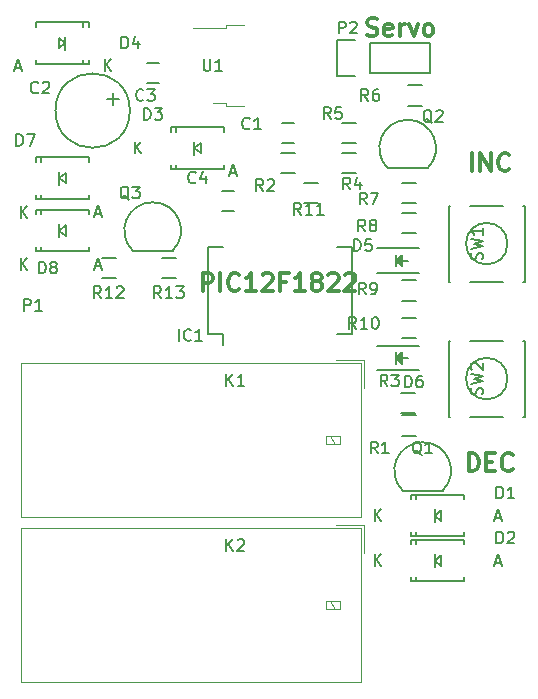
<source format=gto>
G04 #@! TF.GenerationSoftware,KiCad,Pcbnew,(2017-08-02 revision 9760937)-master*
G04 #@! TF.CreationDate,2017-09-16T10:46:18-07:00*
G04 #@! TF.ProjectId,RCSMCtrl,5243534D4374726C2E6B696361645F70,NC*
G04 #@! TF.SameCoordinates,Original*
G04 #@! TF.FileFunction,Legend,Top*
G04 #@! TF.FilePolarity,Positive*
%FSLAX46Y46*%
G04 Gerber Fmt 4.6, Leading zero omitted, Abs format (unit mm)*
G04 Created by KiCad (PCBNEW (2017-08-02 revision 9760937)-master) date Saturday, September 16, 2017 'AMt' 10:46:18 AM*
%MOMM*%
%LPD*%
G01*
G04 APERTURE LIST*
%ADD10C,0.300000*%
%ADD11C,0.120000*%
%ADD12C,0.150000*%
G04 APERTURE END LIST*
D10*
X135009285Y-50772142D02*
X135223571Y-50843571D01*
X135580714Y-50843571D01*
X135723571Y-50772142D01*
X135795000Y-50700714D01*
X135866428Y-50557857D01*
X135866428Y-50415000D01*
X135795000Y-50272142D01*
X135723571Y-50200714D01*
X135580714Y-50129285D01*
X135295000Y-50057857D01*
X135152142Y-49986428D01*
X135080714Y-49915000D01*
X135009285Y-49772142D01*
X135009285Y-49629285D01*
X135080714Y-49486428D01*
X135152142Y-49415000D01*
X135295000Y-49343571D01*
X135652142Y-49343571D01*
X135866428Y-49415000D01*
X137080714Y-50772142D02*
X136937857Y-50843571D01*
X136652142Y-50843571D01*
X136509285Y-50772142D01*
X136437857Y-50629285D01*
X136437857Y-50057857D01*
X136509285Y-49915000D01*
X136652142Y-49843571D01*
X136937857Y-49843571D01*
X137080714Y-49915000D01*
X137152142Y-50057857D01*
X137152142Y-50200714D01*
X136437857Y-50343571D01*
X137795000Y-50843571D02*
X137795000Y-49843571D01*
X137795000Y-50129285D02*
X137866428Y-49986428D01*
X137937857Y-49915000D01*
X138080714Y-49843571D01*
X138223571Y-49843571D01*
X138580714Y-49843571D02*
X138937857Y-50843571D01*
X139295000Y-49843571D01*
X140080714Y-50843571D02*
X139937857Y-50772142D01*
X139866428Y-50700714D01*
X139795000Y-50557857D01*
X139795000Y-50129285D01*
X139866428Y-49986428D01*
X139937857Y-49915000D01*
X140080714Y-49843571D01*
X140295000Y-49843571D01*
X140437857Y-49915000D01*
X140509285Y-49986428D01*
X140580714Y-50129285D01*
X140580714Y-50557857D01*
X140509285Y-50700714D01*
X140437857Y-50772142D01*
X140295000Y-50843571D01*
X140080714Y-50843571D01*
X121079428Y-72433571D02*
X121079428Y-70933571D01*
X121650857Y-70933571D01*
X121793714Y-71005000D01*
X121865142Y-71076428D01*
X121936571Y-71219285D01*
X121936571Y-71433571D01*
X121865142Y-71576428D01*
X121793714Y-71647857D01*
X121650857Y-71719285D01*
X121079428Y-71719285D01*
X122579428Y-72433571D02*
X122579428Y-70933571D01*
X124150857Y-72290714D02*
X124079428Y-72362142D01*
X123865142Y-72433571D01*
X123722285Y-72433571D01*
X123508000Y-72362142D01*
X123365142Y-72219285D01*
X123293714Y-72076428D01*
X123222285Y-71790714D01*
X123222285Y-71576428D01*
X123293714Y-71290714D01*
X123365142Y-71147857D01*
X123508000Y-71005000D01*
X123722285Y-70933571D01*
X123865142Y-70933571D01*
X124079428Y-71005000D01*
X124150857Y-71076428D01*
X125579428Y-72433571D02*
X124722285Y-72433571D01*
X125150857Y-72433571D02*
X125150857Y-70933571D01*
X125008000Y-71147857D01*
X124865142Y-71290714D01*
X124722285Y-71362142D01*
X126150857Y-71076428D02*
X126222285Y-71005000D01*
X126365142Y-70933571D01*
X126722285Y-70933571D01*
X126865142Y-71005000D01*
X126936571Y-71076428D01*
X127008000Y-71219285D01*
X127008000Y-71362142D01*
X126936571Y-71576428D01*
X126079428Y-72433571D01*
X127008000Y-72433571D01*
X128150857Y-71647857D02*
X127650857Y-71647857D01*
X127650857Y-72433571D02*
X127650857Y-70933571D01*
X128365142Y-70933571D01*
X129722285Y-72433571D02*
X128865142Y-72433571D01*
X129293714Y-72433571D02*
X129293714Y-70933571D01*
X129150857Y-71147857D01*
X129008000Y-71290714D01*
X128865142Y-71362142D01*
X130579428Y-71576428D02*
X130436571Y-71505000D01*
X130365142Y-71433571D01*
X130293714Y-71290714D01*
X130293714Y-71219285D01*
X130365142Y-71076428D01*
X130436571Y-71005000D01*
X130579428Y-70933571D01*
X130865142Y-70933571D01*
X131008000Y-71005000D01*
X131079428Y-71076428D01*
X131150857Y-71219285D01*
X131150857Y-71290714D01*
X131079428Y-71433571D01*
X131008000Y-71505000D01*
X130865142Y-71576428D01*
X130579428Y-71576428D01*
X130436571Y-71647857D01*
X130365142Y-71719285D01*
X130293714Y-71862142D01*
X130293714Y-72147857D01*
X130365142Y-72290714D01*
X130436571Y-72362142D01*
X130579428Y-72433571D01*
X130865142Y-72433571D01*
X131008000Y-72362142D01*
X131079428Y-72290714D01*
X131150857Y-72147857D01*
X131150857Y-71862142D01*
X131079428Y-71719285D01*
X131008000Y-71647857D01*
X130865142Y-71576428D01*
X131722285Y-71076428D02*
X131793714Y-71005000D01*
X131936571Y-70933571D01*
X132293714Y-70933571D01*
X132436571Y-71005000D01*
X132508000Y-71076428D01*
X132579428Y-71219285D01*
X132579428Y-71362142D01*
X132508000Y-71576428D01*
X131650857Y-72433571D01*
X132579428Y-72433571D01*
X133150857Y-71076428D02*
X133222285Y-71005000D01*
X133365142Y-70933571D01*
X133722285Y-70933571D01*
X133865142Y-71005000D01*
X133936571Y-71076428D01*
X134008000Y-71219285D01*
X134008000Y-71362142D01*
X133936571Y-71576428D01*
X133079428Y-72433571D01*
X134008000Y-72433571D01*
X143593571Y-87673571D02*
X143593571Y-86173571D01*
X143950714Y-86173571D01*
X144165000Y-86245000D01*
X144307857Y-86387857D01*
X144379285Y-86530714D01*
X144450714Y-86816428D01*
X144450714Y-87030714D01*
X144379285Y-87316428D01*
X144307857Y-87459285D01*
X144165000Y-87602142D01*
X143950714Y-87673571D01*
X143593571Y-87673571D01*
X145093571Y-86887857D02*
X145593571Y-86887857D01*
X145807857Y-87673571D02*
X145093571Y-87673571D01*
X145093571Y-86173571D01*
X145807857Y-86173571D01*
X147307857Y-87530714D02*
X147236428Y-87602142D01*
X147022142Y-87673571D01*
X146879285Y-87673571D01*
X146665000Y-87602142D01*
X146522142Y-87459285D01*
X146450714Y-87316428D01*
X146379285Y-87030714D01*
X146379285Y-86816428D01*
X146450714Y-86530714D01*
X146522142Y-86387857D01*
X146665000Y-86245000D01*
X146879285Y-86173571D01*
X147022142Y-86173571D01*
X147236428Y-86245000D01*
X147307857Y-86316428D01*
X143879285Y-62273571D02*
X143879285Y-60773571D01*
X144593571Y-62273571D02*
X144593571Y-60773571D01*
X145450714Y-62273571D01*
X145450714Y-60773571D01*
X147022142Y-62130714D02*
X146950714Y-62202142D01*
X146736428Y-62273571D01*
X146593571Y-62273571D01*
X146379285Y-62202142D01*
X146236428Y-62059285D01*
X146165000Y-61916428D01*
X146093571Y-61630714D01*
X146093571Y-61416428D01*
X146165000Y-61130714D01*
X146236428Y-60987857D01*
X146379285Y-60845000D01*
X146593571Y-60773571D01*
X146736428Y-60773571D01*
X146950714Y-60845000D01*
X147022142Y-60916428D01*
D11*
X105680000Y-91530000D02*
X134480000Y-91530000D01*
X134480000Y-91530000D02*
X134480000Y-78530000D01*
X134480000Y-78530000D02*
X105680000Y-78530000D01*
X105680000Y-78530000D02*
X105680000Y-91530000D01*
X131880000Y-84680000D02*
X132280000Y-85380000D01*
X131480000Y-85380000D02*
X132680000Y-85380000D01*
X132680000Y-85380000D02*
X132680000Y-84680000D01*
X132680000Y-84680000D02*
X131480000Y-84680000D01*
X131480000Y-84680000D02*
X131480000Y-85380000D01*
X132380000Y-78290000D02*
X134720000Y-78290000D01*
X134720000Y-78290000D02*
X134720000Y-80630000D01*
D12*
X127770000Y-59905000D02*
X128770000Y-59905000D01*
X128770000Y-58205000D02*
X127770000Y-58205000D01*
X113459260Y-56149240D02*
X113459260Y-56649620D01*
X113459260Y-56149240D02*
X113959640Y-56149240D01*
X113459260Y-55648860D02*
X113459260Y-56149240D01*
X113459260Y-56149240D02*
X113060480Y-56149240D01*
X113060480Y-56149240D02*
X112958880Y-56149240D01*
X114909600Y-57150000D02*
G75*
G03X114909600Y-57150000I-3149600J0D01*
G01*
X116340000Y-54825000D02*
X117340000Y-54825000D01*
X117340000Y-53125000D02*
X116340000Y-53125000D01*
X123690000Y-63920000D02*
X122690000Y-63920000D01*
X122690000Y-65620000D02*
X123690000Y-65620000D01*
X140720000Y-91440000D02*
X141270000Y-90990000D01*
X141270000Y-90990000D02*
X141270000Y-91890000D01*
X141270000Y-91890000D02*
X140720000Y-91440000D01*
X140720000Y-90890000D02*
X140720000Y-91990000D01*
X139170860Y-93190060D02*
X139170860Y-92839540D01*
X139170860Y-89689940D02*
X139170860Y-90040460D01*
X143220440Y-93190060D02*
X143220440Y-92839540D01*
X138719560Y-93190060D02*
X138719560Y-92839540D01*
X138719560Y-89689940D02*
X138719560Y-90040460D01*
X143220440Y-89689940D02*
X143220440Y-90040460D01*
X138719560Y-93190060D02*
X143220440Y-93190060D01*
X138719560Y-89689940D02*
X143220440Y-89689940D01*
X140720000Y-95250000D02*
X141270000Y-94800000D01*
X141270000Y-94800000D02*
X141270000Y-95700000D01*
X141270000Y-95700000D02*
X140720000Y-95250000D01*
X140720000Y-94700000D02*
X140720000Y-95800000D01*
X139170860Y-97000060D02*
X139170860Y-96649540D01*
X139170860Y-93499940D02*
X139170860Y-93850460D01*
X143220440Y-97000060D02*
X143220440Y-96649540D01*
X138719560Y-97000060D02*
X138719560Y-96649540D01*
X138719560Y-93499940D02*
X138719560Y-93850460D01*
X143220440Y-93499940D02*
X143220440Y-93850460D01*
X138719560Y-97000060D02*
X143220440Y-97000060D01*
X138719560Y-93499940D02*
X143220440Y-93499940D01*
X120359360Y-60325000D02*
X120909360Y-59875000D01*
X120909360Y-59875000D02*
X120909360Y-60775000D01*
X120909360Y-60775000D02*
X120359360Y-60325000D01*
X120359360Y-59775000D02*
X120359360Y-60875000D01*
X118810220Y-62075060D02*
X118810220Y-61724540D01*
X118810220Y-58574940D02*
X118810220Y-58925460D01*
X122859800Y-62075060D02*
X122859800Y-61724540D01*
X118358920Y-62075060D02*
X118358920Y-61724540D01*
X118358920Y-58574940D02*
X118358920Y-58925460D01*
X122859800Y-58574940D02*
X122859800Y-58925460D01*
X118358920Y-62075060D02*
X122859800Y-62075060D01*
X118358920Y-58574940D02*
X122859800Y-58574940D01*
X109429360Y-51435000D02*
X108879360Y-51885000D01*
X108879360Y-51885000D02*
X108879360Y-50985000D01*
X108879360Y-50985000D02*
X109429360Y-51435000D01*
X109429360Y-51985000D02*
X109429360Y-50885000D01*
X110978500Y-49684940D02*
X110978500Y-50035460D01*
X110978500Y-53185060D02*
X110978500Y-52834540D01*
X106928920Y-49684940D02*
X106928920Y-50035460D01*
X111429800Y-49684940D02*
X111429800Y-50035460D01*
X111429800Y-53185060D02*
X111429800Y-52834540D01*
X106928920Y-53185060D02*
X106928920Y-52834540D01*
X111429800Y-49684940D02*
X106928920Y-49684940D01*
X111429800Y-53185060D02*
X106928920Y-53185060D01*
X135794860Y-70900000D02*
X139394860Y-70900000D01*
X135794860Y-68800000D02*
X139394860Y-68800000D01*
X137844860Y-69550000D02*
X137844860Y-70150000D01*
X137844860Y-70150000D02*
X137544860Y-69850000D01*
X137544860Y-69850000D02*
X137744860Y-69650000D01*
X137744860Y-69650000D02*
X137744860Y-69900000D01*
X137744860Y-69900000D02*
X137694860Y-69850000D01*
X137444860Y-69350000D02*
X137444860Y-70350000D01*
X137944860Y-69850000D02*
X138444860Y-69850000D01*
X137444860Y-69850000D02*
X137944860Y-69350000D01*
X137944860Y-69350000D02*
X137944860Y-70350000D01*
X137944860Y-70350000D02*
X137444860Y-69850000D01*
X135794860Y-79155000D02*
X139394860Y-79155000D01*
X135794860Y-77055000D02*
X139394860Y-77055000D01*
X137844860Y-77805000D02*
X137844860Y-78405000D01*
X137844860Y-78405000D02*
X137544860Y-78105000D01*
X137544860Y-78105000D02*
X137744860Y-77905000D01*
X137744860Y-77905000D02*
X137744860Y-78155000D01*
X137744860Y-78155000D02*
X137694860Y-78105000D01*
X137444860Y-77605000D02*
X137444860Y-78605000D01*
X137944860Y-78105000D02*
X138444860Y-78105000D01*
X137444860Y-78105000D02*
X137944860Y-77605000D01*
X137944860Y-77605000D02*
X137944860Y-78605000D01*
X137944860Y-78605000D02*
X137444860Y-78105000D01*
X108929360Y-62865000D02*
X109479360Y-62415000D01*
X109479360Y-62415000D02*
X109479360Y-63315000D01*
X109479360Y-63315000D02*
X108929360Y-62865000D01*
X108929360Y-62315000D02*
X108929360Y-63415000D01*
X107380220Y-64615060D02*
X107380220Y-64264540D01*
X107380220Y-61114940D02*
X107380220Y-61465460D01*
X111429800Y-64615060D02*
X111429800Y-64264540D01*
X106928920Y-64615060D02*
X106928920Y-64264540D01*
X106928920Y-61114940D02*
X106928920Y-61465460D01*
X111429800Y-61114940D02*
X111429800Y-61465460D01*
X106928920Y-64615060D02*
X111429800Y-64615060D01*
X106928920Y-61114940D02*
X111429800Y-61114940D01*
X108929360Y-67310000D02*
X109479360Y-66860000D01*
X109479360Y-66860000D02*
X109479360Y-67760000D01*
X109479360Y-67760000D02*
X108929360Y-67310000D01*
X108929360Y-66760000D02*
X108929360Y-67860000D01*
X107380220Y-69060060D02*
X107380220Y-68709540D01*
X107380220Y-65559940D02*
X107380220Y-65910460D01*
X111429800Y-69060060D02*
X111429800Y-68709540D01*
X106928920Y-69060060D02*
X106928920Y-68709540D01*
X106928920Y-65559940D02*
X106928920Y-65910460D01*
X111429800Y-65559940D02*
X111429800Y-65910460D01*
X106928920Y-69060060D02*
X111429800Y-69060060D01*
X106928920Y-65559940D02*
X111429800Y-65559940D01*
X121530000Y-76065000D02*
X122800000Y-76065000D01*
X121530000Y-68715000D02*
X122800000Y-68715000D01*
X133740000Y-68715000D02*
X132470000Y-68715000D01*
X133740000Y-76065000D02*
X132470000Y-76065000D01*
X121530000Y-76065000D02*
X121530000Y-68715000D01*
X133740000Y-76065000D02*
X133740000Y-68715000D01*
X122800000Y-76065000D02*
X122800000Y-77000000D01*
X135255000Y-53975000D02*
X140335000Y-53975000D01*
X140335000Y-53975000D02*
X140335000Y-51435000D01*
X140335000Y-51435000D02*
X135255000Y-51435000D01*
X132435000Y-51155000D02*
X133985000Y-51155000D01*
X135255000Y-51435000D02*
X135255000Y-53975000D01*
X133985000Y-54255000D02*
X132435000Y-54255000D01*
X132435000Y-54255000D02*
X132435000Y-51155000D01*
X138000000Y-89330000D02*
X141400000Y-89330000D01*
X138002944Y-89327056D02*
G75*
G02X139700000Y-85230000I1697056J1697056D01*
G01*
X141397056Y-89327056D02*
G75*
G03X139700000Y-85230000I-1697056J1697056D01*
G01*
X136730000Y-62025000D02*
X140130000Y-62025000D01*
X136732944Y-62022056D02*
G75*
G02X138430000Y-57925000I1697056J1697056D01*
G01*
X140127056Y-62022056D02*
G75*
G03X138430000Y-57925000I-1697056J1697056D01*
G01*
X115140000Y-69010000D02*
X118540000Y-69010000D01*
X115142944Y-69007056D02*
G75*
G02X116840000Y-64910000I1697056J1697056D01*
G01*
X118537056Y-69007056D02*
G75*
G03X116840000Y-64910000I-1697056J1697056D01*
G01*
X137910000Y-82945000D02*
X139110000Y-82945000D01*
X139110000Y-84695000D02*
X137910000Y-84695000D01*
X127670000Y-60720000D02*
X128870000Y-60720000D01*
X128870000Y-62470000D02*
X127670000Y-62470000D01*
X139030000Y-82790000D02*
X137830000Y-82790000D01*
X137830000Y-81040000D02*
X139030000Y-81040000D01*
X132830000Y-60720000D02*
X134030000Y-60720000D01*
X134030000Y-62470000D02*
X132830000Y-62470000D01*
X134030000Y-59930000D02*
X132830000Y-59930000D01*
X132830000Y-58180000D02*
X134030000Y-58180000D01*
X138465000Y-55005000D02*
X139665000Y-55005000D01*
X139665000Y-56755000D02*
X138465000Y-56755000D01*
X139110000Y-65010000D02*
X137910000Y-65010000D01*
X137910000Y-63260000D02*
X139110000Y-63260000D01*
X139110000Y-67550000D02*
X137910000Y-67550000D01*
X137910000Y-65800000D02*
X139110000Y-65800000D01*
X139110000Y-73265000D02*
X137910000Y-73265000D01*
X137910000Y-71515000D02*
X139110000Y-71515000D01*
X139110000Y-76440000D02*
X137910000Y-76440000D01*
X137910000Y-74690000D02*
X139110000Y-74690000D01*
X129655000Y-63260000D02*
X130855000Y-63260000D01*
X130855000Y-65010000D02*
X129655000Y-65010000D01*
X112510000Y-69610000D02*
X113710000Y-69610000D01*
X113710000Y-71360000D02*
X112510000Y-71360000D01*
X117590000Y-69610000D02*
X118790000Y-69610000D01*
X118790000Y-71360000D02*
X117590000Y-71360000D01*
X146875714Y-68415000D02*
G75*
G03X146875714Y-68415000I-1750714J0D01*
G01*
X141900000Y-65190000D02*
X142025000Y-65190000D01*
X148350000Y-65190000D02*
X148225000Y-65190000D01*
X148350000Y-71640000D02*
X148225000Y-71640000D01*
X142025000Y-71640000D02*
X141900000Y-71640000D01*
X143725000Y-65190000D02*
X146525000Y-65190000D01*
X141900000Y-71640000D02*
X141900000Y-65190000D01*
X143725000Y-71640000D02*
X146525000Y-71640000D01*
X148350000Y-71640000D02*
X148350000Y-65190000D01*
X146875714Y-79845000D02*
G75*
G03X146875714Y-79845000I-1750714J0D01*
G01*
X141900000Y-76620000D02*
X142025000Y-76620000D01*
X148350000Y-76620000D02*
X148225000Y-76620000D01*
X148350000Y-83070000D02*
X148225000Y-83070000D01*
X142025000Y-83070000D02*
X141900000Y-83070000D01*
X143725000Y-76620000D02*
X146525000Y-76620000D01*
X141900000Y-83070000D02*
X141900000Y-76620000D01*
X143725000Y-83070000D02*
X146525000Y-83070000D01*
X148350000Y-83070000D02*
X148350000Y-76620000D01*
D11*
X134720000Y-92260000D02*
X134720000Y-94600000D01*
X132380000Y-92260000D02*
X134720000Y-92260000D01*
X131480000Y-98650000D02*
X131480000Y-99350000D01*
X132680000Y-98650000D02*
X131480000Y-98650000D01*
X132680000Y-99350000D02*
X132680000Y-98650000D01*
X131480000Y-99350000D02*
X132680000Y-99350000D01*
X131880000Y-98650000D02*
X132280000Y-99350000D01*
X105680000Y-92500000D02*
X105680000Y-105500000D01*
X134480000Y-92500000D02*
X105680000Y-92500000D01*
X134480000Y-105500000D02*
X134480000Y-92500000D01*
X105680000Y-105500000D02*
X134480000Y-105500000D01*
X123065000Y-56520000D02*
X121965000Y-56520000D01*
X123065000Y-56790000D02*
X123065000Y-56520000D01*
X124565000Y-56790000D02*
X123065000Y-56790000D01*
X123065000Y-50160000D02*
X120235000Y-50160000D01*
X123065000Y-49890000D02*
X123065000Y-50160000D01*
X124565000Y-49890000D02*
X123065000Y-49890000D01*
D12*
X123086904Y-80462380D02*
X123086904Y-79462380D01*
X123658333Y-80462380D02*
X123229761Y-79890952D01*
X123658333Y-79462380D02*
X123086904Y-80033809D01*
X124610714Y-80462380D02*
X124039285Y-80462380D01*
X124325000Y-80462380D02*
X124325000Y-79462380D01*
X124229761Y-79605238D01*
X124134523Y-79700476D01*
X124039285Y-79748095D01*
X105941904Y-74112380D02*
X105941904Y-73112380D01*
X106322857Y-73112380D01*
X106418095Y-73160000D01*
X106465714Y-73207619D01*
X106513333Y-73302857D01*
X106513333Y-73445714D01*
X106465714Y-73540952D01*
X106418095Y-73588571D01*
X106322857Y-73636190D01*
X105941904Y-73636190D01*
X107465714Y-74112380D02*
X106894285Y-74112380D01*
X107180000Y-74112380D02*
X107180000Y-73112380D01*
X107084761Y-73255238D01*
X106989523Y-73350476D01*
X106894285Y-73398095D01*
X125055333Y-58650142D02*
X125007714Y-58697761D01*
X124864857Y-58745380D01*
X124769619Y-58745380D01*
X124626761Y-58697761D01*
X124531523Y-58602523D01*
X124483904Y-58507285D01*
X124436285Y-58316809D01*
X124436285Y-58173952D01*
X124483904Y-57983476D01*
X124531523Y-57888238D01*
X124626761Y-57793000D01*
X124769619Y-57745380D01*
X124864857Y-57745380D01*
X125007714Y-57793000D01*
X125055333Y-57840619D01*
X126007714Y-58745380D02*
X125436285Y-58745380D01*
X125722000Y-58745380D02*
X125722000Y-57745380D01*
X125626761Y-57888238D01*
X125531523Y-57983476D01*
X125436285Y-58031095D01*
X107148333Y-55602142D02*
X107100714Y-55649761D01*
X106957857Y-55697380D01*
X106862619Y-55697380D01*
X106719761Y-55649761D01*
X106624523Y-55554523D01*
X106576904Y-55459285D01*
X106529285Y-55268809D01*
X106529285Y-55125952D01*
X106576904Y-54935476D01*
X106624523Y-54840238D01*
X106719761Y-54745000D01*
X106862619Y-54697380D01*
X106957857Y-54697380D01*
X107100714Y-54745000D01*
X107148333Y-54792619D01*
X107529285Y-54792619D02*
X107576904Y-54745000D01*
X107672142Y-54697380D01*
X107910238Y-54697380D01*
X108005476Y-54745000D01*
X108053095Y-54792619D01*
X108100714Y-54887857D01*
X108100714Y-54983095D01*
X108053095Y-55125952D01*
X107481666Y-55697380D01*
X108100714Y-55697380D01*
X116058333Y-56237142D02*
X116010714Y-56284761D01*
X115867857Y-56332380D01*
X115772619Y-56332380D01*
X115629761Y-56284761D01*
X115534523Y-56189523D01*
X115486904Y-56094285D01*
X115439285Y-55903809D01*
X115439285Y-55760952D01*
X115486904Y-55570476D01*
X115534523Y-55475238D01*
X115629761Y-55380000D01*
X115772619Y-55332380D01*
X115867857Y-55332380D01*
X116010714Y-55380000D01*
X116058333Y-55427619D01*
X116391666Y-55332380D02*
X117010714Y-55332380D01*
X116677380Y-55713333D01*
X116820238Y-55713333D01*
X116915476Y-55760952D01*
X116963095Y-55808571D01*
X117010714Y-55903809D01*
X117010714Y-56141904D01*
X116963095Y-56237142D01*
X116915476Y-56284761D01*
X116820238Y-56332380D01*
X116534523Y-56332380D01*
X116439285Y-56284761D01*
X116391666Y-56237142D01*
X120483333Y-63222142D02*
X120435714Y-63269761D01*
X120292857Y-63317380D01*
X120197619Y-63317380D01*
X120054761Y-63269761D01*
X119959523Y-63174523D01*
X119911904Y-63079285D01*
X119864285Y-62888809D01*
X119864285Y-62745952D01*
X119911904Y-62555476D01*
X119959523Y-62460238D01*
X120054761Y-62365000D01*
X120197619Y-62317380D01*
X120292857Y-62317380D01*
X120435714Y-62365000D01*
X120483333Y-62412619D01*
X121340476Y-62650714D02*
X121340476Y-63317380D01*
X121102380Y-62269761D02*
X120864285Y-62984047D01*
X121483333Y-62984047D01*
X145946904Y-89987380D02*
X145946904Y-88987380D01*
X146185000Y-88987380D01*
X146327857Y-89035000D01*
X146423095Y-89130238D01*
X146470714Y-89225476D01*
X146518333Y-89415952D01*
X146518333Y-89558809D01*
X146470714Y-89749285D01*
X146423095Y-89844523D01*
X146327857Y-89939761D01*
X146185000Y-89987380D01*
X145946904Y-89987380D01*
X147470714Y-89987380D02*
X146899285Y-89987380D01*
X147185000Y-89987380D02*
X147185000Y-88987380D01*
X147089761Y-89130238D01*
X146994523Y-89225476D01*
X146899285Y-89273095D01*
X135628095Y-91892380D02*
X135628095Y-90892380D01*
X136199523Y-91892380D02*
X135770952Y-91320952D01*
X136199523Y-90892380D02*
X135628095Y-91463809D01*
X145811904Y-91606666D02*
X146288095Y-91606666D01*
X145716666Y-91892380D02*
X146050000Y-90892380D01*
X146383333Y-91892380D01*
X145946904Y-93797380D02*
X145946904Y-92797380D01*
X146185000Y-92797380D01*
X146327857Y-92845000D01*
X146423095Y-92940238D01*
X146470714Y-93035476D01*
X146518333Y-93225952D01*
X146518333Y-93368809D01*
X146470714Y-93559285D01*
X146423095Y-93654523D01*
X146327857Y-93749761D01*
X146185000Y-93797380D01*
X145946904Y-93797380D01*
X146899285Y-92892619D02*
X146946904Y-92845000D01*
X147042142Y-92797380D01*
X147280238Y-92797380D01*
X147375476Y-92845000D01*
X147423095Y-92892619D01*
X147470714Y-92987857D01*
X147470714Y-93083095D01*
X147423095Y-93225952D01*
X146851666Y-93797380D01*
X147470714Y-93797380D01*
X135628095Y-95702380D02*
X135628095Y-94702380D01*
X136199523Y-95702380D02*
X135770952Y-95130952D01*
X136199523Y-94702380D02*
X135628095Y-95273809D01*
X145811904Y-95416666D02*
X146288095Y-95416666D01*
X145716666Y-95702380D02*
X146050000Y-94702380D01*
X146383333Y-95702380D01*
X116101904Y-57927380D02*
X116101904Y-56927380D01*
X116340000Y-56927380D01*
X116482857Y-56975000D01*
X116578095Y-57070238D01*
X116625714Y-57165476D01*
X116673333Y-57355952D01*
X116673333Y-57498809D01*
X116625714Y-57689285D01*
X116578095Y-57784523D01*
X116482857Y-57879761D01*
X116340000Y-57927380D01*
X116101904Y-57927380D01*
X117006666Y-56927380D02*
X117625714Y-56927380D01*
X117292380Y-57308333D01*
X117435238Y-57308333D01*
X117530476Y-57355952D01*
X117578095Y-57403571D01*
X117625714Y-57498809D01*
X117625714Y-57736904D01*
X117578095Y-57832142D01*
X117530476Y-57879761D01*
X117435238Y-57927380D01*
X117149523Y-57927380D01*
X117054285Y-57879761D01*
X117006666Y-57832142D01*
X115308095Y-60777380D02*
X115308095Y-59777380D01*
X115879523Y-60777380D02*
X115450952Y-60205952D01*
X115879523Y-59777380D02*
X115308095Y-60348809D01*
X123421264Y-62396666D02*
X123897455Y-62396666D01*
X123326026Y-62682380D02*
X123659360Y-61682380D01*
X123992693Y-62682380D01*
X114196904Y-51887380D02*
X114196904Y-50887380D01*
X114435000Y-50887380D01*
X114577857Y-50935000D01*
X114673095Y-51030238D01*
X114720714Y-51125476D01*
X114768333Y-51315952D01*
X114768333Y-51458809D01*
X114720714Y-51649285D01*
X114673095Y-51744523D01*
X114577857Y-51839761D01*
X114435000Y-51887380D01*
X114196904Y-51887380D01*
X115625476Y-51220714D02*
X115625476Y-51887380D01*
X115387380Y-50839761D02*
X115149285Y-51554047D01*
X115768333Y-51554047D01*
X112768095Y-53792380D02*
X112768095Y-52792380D01*
X113339523Y-53792380D02*
X112910952Y-53220952D01*
X113339523Y-52792380D02*
X112768095Y-53363809D01*
X105171904Y-53506666D02*
X105648095Y-53506666D01*
X105076666Y-53792380D02*
X105410000Y-52792380D01*
X105743333Y-53792380D01*
X133881904Y-69032380D02*
X133881904Y-68032380D01*
X134120000Y-68032380D01*
X134262857Y-68080000D01*
X134358095Y-68175238D01*
X134405714Y-68270476D01*
X134453333Y-68460952D01*
X134453333Y-68603809D01*
X134405714Y-68794285D01*
X134358095Y-68889523D01*
X134262857Y-68984761D01*
X134120000Y-69032380D01*
X133881904Y-69032380D01*
X135358095Y-68032380D02*
X134881904Y-68032380D01*
X134834285Y-68508571D01*
X134881904Y-68460952D01*
X134977142Y-68413333D01*
X135215238Y-68413333D01*
X135310476Y-68460952D01*
X135358095Y-68508571D01*
X135405714Y-68603809D01*
X135405714Y-68841904D01*
X135358095Y-68937142D01*
X135310476Y-68984761D01*
X135215238Y-69032380D01*
X134977142Y-69032380D01*
X134881904Y-68984761D01*
X134834285Y-68937142D01*
X138199904Y-80589380D02*
X138199904Y-79589380D01*
X138438000Y-79589380D01*
X138580857Y-79637000D01*
X138676095Y-79732238D01*
X138723714Y-79827476D01*
X138771333Y-80017952D01*
X138771333Y-80160809D01*
X138723714Y-80351285D01*
X138676095Y-80446523D01*
X138580857Y-80541761D01*
X138438000Y-80589380D01*
X138199904Y-80589380D01*
X139628476Y-79589380D02*
X139438000Y-79589380D01*
X139342761Y-79637000D01*
X139295142Y-79684619D01*
X139199904Y-79827476D01*
X139152285Y-80017952D01*
X139152285Y-80398904D01*
X139199904Y-80494142D01*
X139247523Y-80541761D01*
X139342761Y-80589380D01*
X139533238Y-80589380D01*
X139628476Y-80541761D01*
X139676095Y-80494142D01*
X139723714Y-80398904D01*
X139723714Y-80160809D01*
X139676095Y-80065571D01*
X139628476Y-80017952D01*
X139533238Y-79970333D01*
X139342761Y-79970333D01*
X139247523Y-80017952D01*
X139199904Y-80065571D01*
X139152285Y-80160809D01*
X105306904Y-60142380D02*
X105306904Y-59142380D01*
X105545000Y-59142380D01*
X105687857Y-59190000D01*
X105783095Y-59285238D01*
X105830714Y-59380476D01*
X105878333Y-59570952D01*
X105878333Y-59713809D01*
X105830714Y-59904285D01*
X105783095Y-59999523D01*
X105687857Y-60094761D01*
X105545000Y-60142380D01*
X105306904Y-60142380D01*
X106211666Y-59142380D02*
X106878333Y-59142380D01*
X106449761Y-60142380D01*
X105667455Y-66217380D02*
X105667455Y-65217380D01*
X106238883Y-66217380D02*
X105810312Y-65645952D01*
X106238883Y-65217380D02*
X105667455Y-65788809D01*
X111991264Y-65881666D02*
X112467455Y-65881666D01*
X111896026Y-66167380D02*
X112229360Y-65167380D01*
X112562693Y-66167380D01*
X107211904Y-70937380D02*
X107211904Y-69937380D01*
X107450000Y-69937380D01*
X107592857Y-69985000D01*
X107688095Y-70080238D01*
X107735714Y-70175476D01*
X107783333Y-70365952D01*
X107783333Y-70508809D01*
X107735714Y-70699285D01*
X107688095Y-70794523D01*
X107592857Y-70889761D01*
X107450000Y-70937380D01*
X107211904Y-70937380D01*
X108354761Y-70365952D02*
X108259523Y-70318333D01*
X108211904Y-70270714D01*
X108164285Y-70175476D01*
X108164285Y-70127857D01*
X108211904Y-70032619D01*
X108259523Y-69985000D01*
X108354761Y-69937380D01*
X108545238Y-69937380D01*
X108640476Y-69985000D01*
X108688095Y-70032619D01*
X108735714Y-70127857D01*
X108735714Y-70175476D01*
X108688095Y-70270714D01*
X108640476Y-70318333D01*
X108545238Y-70365952D01*
X108354761Y-70365952D01*
X108259523Y-70413571D01*
X108211904Y-70461190D01*
X108164285Y-70556428D01*
X108164285Y-70746904D01*
X108211904Y-70842142D01*
X108259523Y-70889761D01*
X108354761Y-70937380D01*
X108545238Y-70937380D01*
X108640476Y-70889761D01*
X108688095Y-70842142D01*
X108735714Y-70746904D01*
X108735714Y-70556428D01*
X108688095Y-70461190D01*
X108640476Y-70413571D01*
X108545238Y-70365952D01*
X105667455Y-70662380D02*
X105667455Y-69662380D01*
X106238883Y-70662380D02*
X105810312Y-70090952D01*
X106238883Y-69662380D02*
X105667455Y-70233809D01*
X111991264Y-70326666D02*
X112467455Y-70326666D01*
X111896026Y-70612380D02*
X112229360Y-69612380D01*
X112562693Y-70612380D01*
X119038809Y-76652380D02*
X119038809Y-75652380D01*
X120086428Y-76557142D02*
X120038809Y-76604761D01*
X119895952Y-76652380D01*
X119800714Y-76652380D01*
X119657857Y-76604761D01*
X119562619Y-76509523D01*
X119515000Y-76414285D01*
X119467380Y-76223809D01*
X119467380Y-76080952D01*
X119515000Y-75890476D01*
X119562619Y-75795238D01*
X119657857Y-75700000D01*
X119800714Y-75652380D01*
X119895952Y-75652380D01*
X120038809Y-75700000D01*
X120086428Y-75747619D01*
X121038809Y-76652380D02*
X120467380Y-76652380D01*
X120753095Y-76652380D02*
X120753095Y-75652380D01*
X120657857Y-75795238D01*
X120562619Y-75890476D01*
X120467380Y-75938095D01*
X132611904Y-50617380D02*
X132611904Y-49617380D01*
X132992857Y-49617380D01*
X133088095Y-49665000D01*
X133135714Y-49712619D01*
X133183333Y-49807857D01*
X133183333Y-49950714D01*
X133135714Y-50045952D01*
X133088095Y-50093571D01*
X132992857Y-50141190D01*
X132611904Y-50141190D01*
X133564285Y-49712619D02*
X133611904Y-49665000D01*
X133707142Y-49617380D01*
X133945238Y-49617380D01*
X134040476Y-49665000D01*
X134088095Y-49712619D01*
X134135714Y-49807857D01*
X134135714Y-49903095D01*
X134088095Y-50045952D01*
X133516666Y-50617380D01*
X134135714Y-50617380D01*
X139604761Y-86272619D02*
X139509523Y-86225000D01*
X139414285Y-86129761D01*
X139271428Y-85986904D01*
X139176190Y-85939285D01*
X139080952Y-85939285D01*
X139128571Y-86177380D02*
X139033333Y-86129761D01*
X138938095Y-86034523D01*
X138890476Y-85844047D01*
X138890476Y-85510714D01*
X138938095Y-85320238D01*
X139033333Y-85225000D01*
X139128571Y-85177380D01*
X139319047Y-85177380D01*
X139414285Y-85225000D01*
X139509523Y-85320238D01*
X139557142Y-85510714D01*
X139557142Y-85844047D01*
X139509523Y-86034523D01*
X139414285Y-86129761D01*
X139319047Y-86177380D01*
X139128571Y-86177380D01*
X140509523Y-86177380D02*
X139938095Y-86177380D01*
X140223809Y-86177380D02*
X140223809Y-85177380D01*
X140128571Y-85320238D01*
X140033333Y-85415476D01*
X139938095Y-85463095D01*
X140493761Y-58205619D02*
X140398523Y-58158000D01*
X140303285Y-58062761D01*
X140160428Y-57919904D01*
X140065190Y-57872285D01*
X139969952Y-57872285D01*
X140017571Y-58110380D02*
X139922333Y-58062761D01*
X139827095Y-57967523D01*
X139779476Y-57777047D01*
X139779476Y-57443714D01*
X139827095Y-57253238D01*
X139922333Y-57158000D01*
X140017571Y-57110380D01*
X140208047Y-57110380D01*
X140303285Y-57158000D01*
X140398523Y-57253238D01*
X140446142Y-57443714D01*
X140446142Y-57777047D01*
X140398523Y-57967523D01*
X140303285Y-58062761D01*
X140208047Y-58110380D01*
X140017571Y-58110380D01*
X140827095Y-57205619D02*
X140874714Y-57158000D01*
X140969952Y-57110380D01*
X141208047Y-57110380D01*
X141303285Y-57158000D01*
X141350904Y-57205619D01*
X141398523Y-57300857D01*
X141398523Y-57396095D01*
X141350904Y-57538952D01*
X140779476Y-58110380D01*
X141398523Y-58110380D01*
X114839761Y-64682619D02*
X114744523Y-64635000D01*
X114649285Y-64539761D01*
X114506428Y-64396904D01*
X114411190Y-64349285D01*
X114315952Y-64349285D01*
X114363571Y-64587380D02*
X114268333Y-64539761D01*
X114173095Y-64444523D01*
X114125476Y-64254047D01*
X114125476Y-63920714D01*
X114173095Y-63730238D01*
X114268333Y-63635000D01*
X114363571Y-63587380D01*
X114554047Y-63587380D01*
X114649285Y-63635000D01*
X114744523Y-63730238D01*
X114792142Y-63920714D01*
X114792142Y-64254047D01*
X114744523Y-64444523D01*
X114649285Y-64539761D01*
X114554047Y-64587380D01*
X114363571Y-64587380D01*
X115125476Y-63587380D02*
X115744523Y-63587380D01*
X115411190Y-63968333D01*
X115554047Y-63968333D01*
X115649285Y-64015952D01*
X115696904Y-64063571D01*
X115744523Y-64158809D01*
X115744523Y-64396904D01*
X115696904Y-64492142D01*
X115649285Y-64539761D01*
X115554047Y-64587380D01*
X115268333Y-64587380D01*
X115173095Y-64539761D01*
X115125476Y-64492142D01*
X135883333Y-86177380D02*
X135550000Y-85701190D01*
X135311904Y-86177380D02*
X135311904Y-85177380D01*
X135692857Y-85177380D01*
X135788095Y-85225000D01*
X135835714Y-85272619D01*
X135883333Y-85367857D01*
X135883333Y-85510714D01*
X135835714Y-85605952D01*
X135788095Y-85653571D01*
X135692857Y-85701190D01*
X135311904Y-85701190D01*
X136835714Y-86177380D02*
X136264285Y-86177380D01*
X136550000Y-86177380D02*
X136550000Y-85177380D01*
X136454761Y-85320238D01*
X136359523Y-85415476D01*
X136264285Y-85463095D01*
X126198333Y-63952380D02*
X125865000Y-63476190D01*
X125626904Y-63952380D02*
X125626904Y-62952380D01*
X126007857Y-62952380D01*
X126103095Y-63000000D01*
X126150714Y-63047619D01*
X126198333Y-63142857D01*
X126198333Y-63285714D01*
X126150714Y-63380952D01*
X126103095Y-63428571D01*
X126007857Y-63476190D01*
X125626904Y-63476190D01*
X126579285Y-63047619D02*
X126626904Y-63000000D01*
X126722142Y-62952380D01*
X126960238Y-62952380D01*
X127055476Y-63000000D01*
X127103095Y-63047619D01*
X127150714Y-63142857D01*
X127150714Y-63238095D01*
X127103095Y-63380952D01*
X126531666Y-63952380D01*
X127150714Y-63952380D01*
X136723778Y-80505029D02*
X136390445Y-80028839D01*
X136152349Y-80505029D02*
X136152349Y-79505029D01*
X136533302Y-79505029D01*
X136628540Y-79552649D01*
X136676159Y-79600268D01*
X136723778Y-79695506D01*
X136723778Y-79838363D01*
X136676159Y-79933601D01*
X136628540Y-79981220D01*
X136533302Y-80028839D01*
X136152349Y-80028839D01*
X137057111Y-79505029D02*
X137676159Y-79505029D01*
X137342825Y-79885982D01*
X137485683Y-79885982D01*
X137580921Y-79933601D01*
X137628540Y-79981220D01*
X137676159Y-80076458D01*
X137676159Y-80314553D01*
X137628540Y-80409791D01*
X137580921Y-80457410D01*
X137485683Y-80505029D01*
X137199968Y-80505029D01*
X137104730Y-80457410D01*
X137057111Y-80409791D01*
X133564333Y-63825380D02*
X133231000Y-63349190D01*
X132992904Y-63825380D02*
X132992904Y-62825380D01*
X133373857Y-62825380D01*
X133469095Y-62873000D01*
X133516714Y-62920619D01*
X133564333Y-63015857D01*
X133564333Y-63158714D01*
X133516714Y-63253952D01*
X133469095Y-63301571D01*
X133373857Y-63349190D01*
X132992904Y-63349190D01*
X134421476Y-63158714D02*
X134421476Y-63825380D01*
X134183380Y-62777761D02*
X133945285Y-63492047D01*
X134564333Y-63492047D01*
X131913333Y-57856380D02*
X131580000Y-57380190D01*
X131341904Y-57856380D02*
X131341904Y-56856380D01*
X131722857Y-56856380D01*
X131818095Y-56904000D01*
X131865714Y-56951619D01*
X131913333Y-57046857D01*
X131913333Y-57189714D01*
X131865714Y-57284952D01*
X131818095Y-57332571D01*
X131722857Y-57380190D01*
X131341904Y-57380190D01*
X132818095Y-56856380D02*
X132341904Y-56856380D01*
X132294285Y-57332571D01*
X132341904Y-57284952D01*
X132437142Y-57237333D01*
X132675238Y-57237333D01*
X132770476Y-57284952D01*
X132818095Y-57332571D01*
X132865714Y-57427809D01*
X132865714Y-57665904D01*
X132818095Y-57761142D01*
X132770476Y-57808761D01*
X132675238Y-57856380D01*
X132437142Y-57856380D01*
X132341904Y-57808761D01*
X132294285Y-57761142D01*
X135088333Y-56332380D02*
X134755000Y-55856190D01*
X134516904Y-56332380D02*
X134516904Y-55332380D01*
X134897857Y-55332380D01*
X134993095Y-55380000D01*
X135040714Y-55427619D01*
X135088333Y-55522857D01*
X135088333Y-55665714D01*
X135040714Y-55760952D01*
X134993095Y-55808571D01*
X134897857Y-55856190D01*
X134516904Y-55856190D01*
X135945476Y-55332380D02*
X135755000Y-55332380D01*
X135659761Y-55380000D01*
X135612142Y-55427619D01*
X135516904Y-55570476D01*
X135469285Y-55760952D01*
X135469285Y-56141904D01*
X135516904Y-56237142D01*
X135564523Y-56284761D01*
X135659761Y-56332380D01*
X135850238Y-56332380D01*
X135945476Y-56284761D01*
X135993095Y-56237142D01*
X136040714Y-56141904D01*
X136040714Y-55903809D01*
X135993095Y-55808571D01*
X135945476Y-55760952D01*
X135850238Y-55713333D01*
X135659761Y-55713333D01*
X135564523Y-55760952D01*
X135516904Y-55808571D01*
X135469285Y-55903809D01*
X134961333Y-65095380D02*
X134628000Y-64619190D01*
X134389904Y-65095380D02*
X134389904Y-64095380D01*
X134770857Y-64095380D01*
X134866095Y-64143000D01*
X134913714Y-64190619D01*
X134961333Y-64285857D01*
X134961333Y-64428714D01*
X134913714Y-64523952D01*
X134866095Y-64571571D01*
X134770857Y-64619190D01*
X134389904Y-64619190D01*
X135294666Y-64095380D02*
X135961333Y-64095380D01*
X135532761Y-65095380D01*
X134834333Y-67381380D02*
X134501000Y-66905190D01*
X134262904Y-67381380D02*
X134262904Y-66381380D01*
X134643857Y-66381380D01*
X134739095Y-66429000D01*
X134786714Y-66476619D01*
X134834333Y-66571857D01*
X134834333Y-66714714D01*
X134786714Y-66809952D01*
X134739095Y-66857571D01*
X134643857Y-66905190D01*
X134262904Y-66905190D01*
X135405761Y-66809952D02*
X135310523Y-66762333D01*
X135262904Y-66714714D01*
X135215285Y-66619476D01*
X135215285Y-66571857D01*
X135262904Y-66476619D01*
X135310523Y-66429000D01*
X135405761Y-66381380D01*
X135596238Y-66381380D01*
X135691476Y-66429000D01*
X135739095Y-66476619D01*
X135786714Y-66571857D01*
X135786714Y-66619476D01*
X135739095Y-66714714D01*
X135691476Y-66762333D01*
X135596238Y-66809952D01*
X135405761Y-66809952D01*
X135310523Y-66857571D01*
X135262904Y-66905190D01*
X135215285Y-67000428D01*
X135215285Y-67190904D01*
X135262904Y-67286142D01*
X135310523Y-67333761D01*
X135405761Y-67381380D01*
X135596238Y-67381380D01*
X135691476Y-67333761D01*
X135739095Y-67286142D01*
X135786714Y-67190904D01*
X135786714Y-67000428D01*
X135739095Y-66905190D01*
X135691476Y-66857571D01*
X135596238Y-66809952D01*
X134867333Y-72715380D02*
X134534000Y-72239190D01*
X134295904Y-72715380D02*
X134295904Y-71715380D01*
X134676857Y-71715380D01*
X134772095Y-71763000D01*
X134819714Y-71810619D01*
X134867333Y-71905857D01*
X134867333Y-72048714D01*
X134819714Y-72143952D01*
X134772095Y-72191571D01*
X134676857Y-72239190D01*
X134295904Y-72239190D01*
X135343523Y-72715380D02*
X135534000Y-72715380D01*
X135629238Y-72667761D01*
X135676857Y-72620142D01*
X135772095Y-72477285D01*
X135819714Y-72286809D01*
X135819714Y-71905857D01*
X135772095Y-71810619D01*
X135724476Y-71763000D01*
X135629238Y-71715380D01*
X135438761Y-71715380D01*
X135343523Y-71763000D01*
X135295904Y-71810619D01*
X135248285Y-71905857D01*
X135248285Y-72143952D01*
X135295904Y-72239190D01*
X135343523Y-72286809D01*
X135438761Y-72334428D01*
X135629238Y-72334428D01*
X135724476Y-72286809D01*
X135772095Y-72239190D01*
X135819714Y-72143952D01*
X134057142Y-75636380D02*
X133723809Y-75160190D01*
X133485714Y-75636380D02*
X133485714Y-74636380D01*
X133866666Y-74636380D01*
X133961904Y-74684000D01*
X134009523Y-74731619D01*
X134057142Y-74826857D01*
X134057142Y-74969714D01*
X134009523Y-75064952D01*
X133961904Y-75112571D01*
X133866666Y-75160190D01*
X133485714Y-75160190D01*
X135009523Y-75636380D02*
X134438095Y-75636380D01*
X134723809Y-75636380D02*
X134723809Y-74636380D01*
X134628571Y-74779238D01*
X134533333Y-74874476D01*
X134438095Y-74922095D01*
X135628571Y-74636380D02*
X135723809Y-74636380D01*
X135819047Y-74684000D01*
X135866666Y-74731619D01*
X135914285Y-74826857D01*
X135961904Y-75017333D01*
X135961904Y-75255428D01*
X135914285Y-75445904D01*
X135866666Y-75541142D01*
X135819047Y-75588761D01*
X135723809Y-75636380D01*
X135628571Y-75636380D01*
X135533333Y-75588761D01*
X135485714Y-75541142D01*
X135438095Y-75445904D01*
X135390476Y-75255428D01*
X135390476Y-75017333D01*
X135438095Y-74826857D01*
X135485714Y-74731619D01*
X135533333Y-74684000D01*
X135628571Y-74636380D01*
X129405142Y-65984380D02*
X129071809Y-65508190D01*
X128833714Y-65984380D02*
X128833714Y-64984380D01*
X129214666Y-64984380D01*
X129309904Y-65032000D01*
X129357523Y-65079619D01*
X129405142Y-65174857D01*
X129405142Y-65317714D01*
X129357523Y-65412952D01*
X129309904Y-65460571D01*
X129214666Y-65508190D01*
X128833714Y-65508190D01*
X130357523Y-65984380D02*
X129786095Y-65984380D01*
X130071809Y-65984380D02*
X130071809Y-64984380D01*
X129976571Y-65127238D01*
X129881333Y-65222476D01*
X129786095Y-65270095D01*
X131309904Y-65984380D02*
X130738476Y-65984380D01*
X131024190Y-65984380D02*
X131024190Y-64984380D01*
X130928952Y-65127238D01*
X130833714Y-65222476D01*
X130738476Y-65270095D01*
X112467142Y-73037380D02*
X112133809Y-72561190D01*
X111895714Y-73037380D02*
X111895714Y-72037380D01*
X112276666Y-72037380D01*
X112371904Y-72085000D01*
X112419523Y-72132619D01*
X112467142Y-72227857D01*
X112467142Y-72370714D01*
X112419523Y-72465952D01*
X112371904Y-72513571D01*
X112276666Y-72561190D01*
X111895714Y-72561190D01*
X113419523Y-73037380D02*
X112848095Y-73037380D01*
X113133809Y-73037380D02*
X113133809Y-72037380D01*
X113038571Y-72180238D01*
X112943333Y-72275476D01*
X112848095Y-72323095D01*
X113800476Y-72132619D02*
X113848095Y-72085000D01*
X113943333Y-72037380D01*
X114181428Y-72037380D01*
X114276666Y-72085000D01*
X114324285Y-72132619D01*
X114371904Y-72227857D01*
X114371904Y-72323095D01*
X114324285Y-72465952D01*
X113752857Y-73037380D01*
X114371904Y-73037380D01*
X117547142Y-73037380D02*
X117213809Y-72561190D01*
X116975714Y-73037380D02*
X116975714Y-72037380D01*
X117356666Y-72037380D01*
X117451904Y-72085000D01*
X117499523Y-72132619D01*
X117547142Y-72227857D01*
X117547142Y-72370714D01*
X117499523Y-72465952D01*
X117451904Y-72513571D01*
X117356666Y-72561190D01*
X116975714Y-72561190D01*
X118499523Y-73037380D02*
X117928095Y-73037380D01*
X118213809Y-73037380D02*
X118213809Y-72037380D01*
X118118571Y-72180238D01*
X118023333Y-72275476D01*
X117928095Y-72323095D01*
X118832857Y-72037380D02*
X119451904Y-72037380D01*
X119118571Y-72418333D01*
X119261428Y-72418333D01*
X119356666Y-72465952D01*
X119404285Y-72513571D01*
X119451904Y-72608809D01*
X119451904Y-72846904D01*
X119404285Y-72942142D01*
X119356666Y-72989761D01*
X119261428Y-73037380D01*
X118975714Y-73037380D01*
X118880476Y-72989761D01*
X118832857Y-72942142D01*
X144729761Y-69748333D02*
X144777380Y-69605476D01*
X144777380Y-69367380D01*
X144729761Y-69272142D01*
X144682142Y-69224523D01*
X144586904Y-69176904D01*
X144491666Y-69176904D01*
X144396428Y-69224523D01*
X144348809Y-69272142D01*
X144301190Y-69367380D01*
X144253571Y-69557857D01*
X144205952Y-69653095D01*
X144158333Y-69700714D01*
X144063095Y-69748333D01*
X143967857Y-69748333D01*
X143872619Y-69700714D01*
X143825000Y-69653095D01*
X143777380Y-69557857D01*
X143777380Y-69319761D01*
X143825000Y-69176904D01*
X143777380Y-68843571D02*
X144777380Y-68605476D01*
X144063095Y-68415000D01*
X144777380Y-68224523D01*
X143777380Y-67986428D01*
X144777380Y-67081666D02*
X144777380Y-67653095D01*
X144777380Y-67367380D02*
X143777380Y-67367380D01*
X143920238Y-67462619D01*
X144015476Y-67557857D01*
X144063095Y-67653095D01*
X144729761Y-81178333D02*
X144777380Y-81035476D01*
X144777380Y-80797380D01*
X144729761Y-80702142D01*
X144682142Y-80654523D01*
X144586904Y-80606904D01*
X144491666Y-80606904D01*
X144396428Y-80654523D01*
X144348809Y-80702142D01*
X144301190Y-80797380D01*
X144253571Y-80987857D01*
X144205952Y-81083095D01*
X144158333Y-81130714D01*
X144063095Y-81178333D01*
X143967857Y-81178333D01*
X143872619Y-81130714D01*
X143825000Y-81083095D01*
X143777380Y-80987857D01*
X143777380Y-80749761D01*
X143825000Y-80606904D01*
X143777380Y-80273571D02*
X144777380Y-80035476D01*
X144063095Y-79845000D01*
X144777380Y-79654523D01*
X143777380Y-79416428D01*
X143872619Y-79083095D02*
X143825000Y-79035476D01*
X143777380Y-78940238D01*
X143777380Y-78702142D01*
X143825000Y-78606904D01*
X143872619Y-78559285D01*
X143967857Y-78511666D01*
X144063095Y-78511666D01*
X144205952Y-78559285D01*
X144777380Y-79130714D01*
X144777380Y-78511666D01*
X123086904Y-94432380D02*
X123086904Y-93432380D01*
X123658333Y-94432380D02*
X123229761Y-93860952D01*
X123658333Y-93432380D02*
X123086904Y-94003809D01*
X124039285Y-93527619D02*
X124086904Y-93480000D01*
X124182142Y-93432380D01*
X124420238Y-93432380D01*
X124515476Y-93480000D01*
X124563095Y-93527619D01*
X124610714Y-93622857D01*
X124610714Y-93718095D01*
X124563095Y-93860952D01*
X123991666Y-94432380D01*
X124610714Y-94432380D01*
X121158095Y-52792380D02*
X121158095Y-53601904D01*
X121205714Y-53697142D01*
X121253333Y-53744761D01*
X121348571Y-53792380D01*
X121539047Y-53792380D01*
X121634285Y-53744761D01*
X121681904Y-53697142D01*
X121729523Y-53601904D01*
X121729523Y-52792380D01*
X122729523Y-53792380D02*
X122158095Y-53792380D01*
X122443809Y-53792380D02*
X122443809Y-52792380D01*
X122348571Y-52935238D01*
X122253333Y-53030476D01*
X122158095Y-53078095D01*
M02*

</source>
